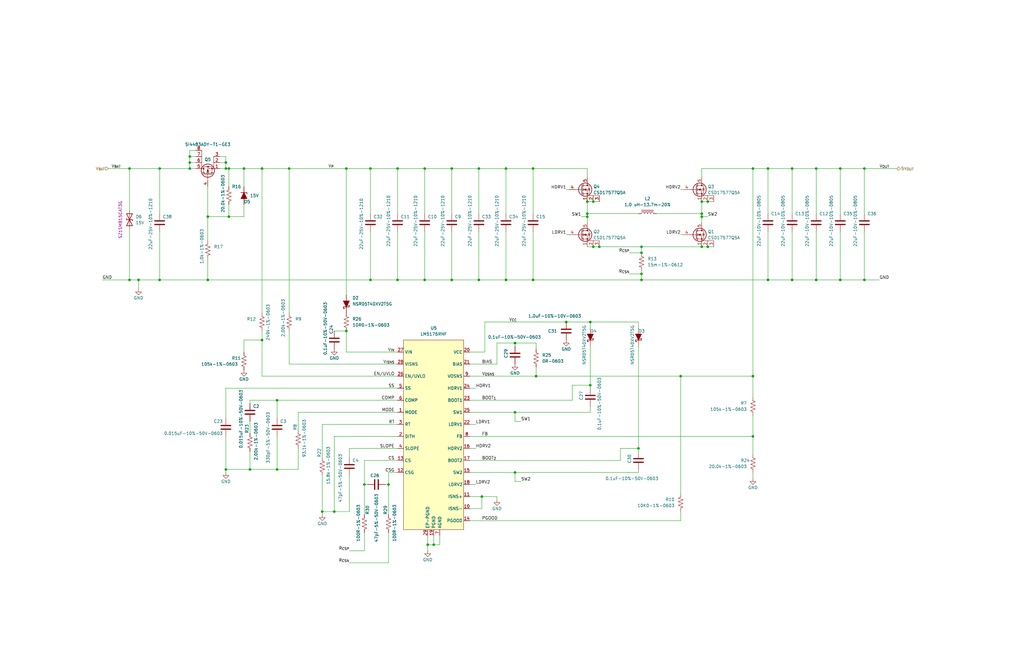
<source format=kicad_sch>
(kicad_sch (version 20230121) (generator eeschema)
  (paper "USLedger")
  (title_block (title "Pi Power Board 2") (date "2022-11-11") (rev "1") (company "971 Spartan Robotics"))
  (lib_symbols
    (symbol "D_Schottky_1" (pin_numbers hide) (pin_names (offset 1.016) hide)
      (property "Reference" "D2" (at 2.54 0.9526 90))
      (property "Value" "D_Schottky_1" (at 2.54 -1.5874 90))
      (symbol "D_Schottky_1_0_1"
        (polyline (pts (xy 1.27 0) (xy -1.27 0)))
        (polyline (pts (xy 1.27 1.27) (xy 1.27 -1.27) (xy -1.27 0) (xy 1.27 1.27)) (stroke (width 0.254)) (fill (type outline)))
        (polyline (pts (xy -1.905 0.635) (xy -1.905 1.27) (xy -1.27 1.27) (xy -1.27 -1.27) (xy -0.635 -1.27) (xy -0.635 -0.635)) (stroke (width 0.254)))
      )
      (symbol "D_Schottky_1_1_1"
        (pin passive line (at -3.81 0 0) (length 2.54) (name "K") (number "1"))
        (pin passive line (at 3.81 0 180) (length 2.54) (name "A") (number "2"))
      )
    )
    (symbol "D_Schottky_2" (pin_numbers hide) (pin_names (offset 1.016) hide)
      (property "Reference" "D3" (at 2.54 0.9526 0))
      (property "Value" "D_Schottky_2" (at -2.54 5.08 0))
      (symbol "D_Schottky_2_0_1"
        (polyline (pts (xy 1.27 0) (xy -1.27 0)))
        (polyline (pts (xy 1.27 1.27) (xy 1.27 -1.27) (xy -1.27 0) (xy 1.27 1.27)) (stroke (width 0.254)) (fill (type outline)))
        (polyline (pts (xy -1.905 0.635) (xy -1.905 1.27) (xy -1.27 1.27) (xy -1.27 -1.27) (xy -0.635 -1.27) (xy -0.635 -0.635)) (stroke (width 0.254)))
      )
      (symbol "D_Schottky_2_1_1"
        (pin passive line (at -3.81 0 0) (length 2.54) (name "K") (number "1"))
        (pin passive line (at 3.81 0 180) (length 2.54) (name "A") (number "2"))
      )
    )
    (symbol "Device:C" (pin_numbers hide) (pin_names (offset 0.254))
      (property "Reference" "C" (at 0.635 2.54 0))
      (property "Value" "C" (at 0.635 -2.54 0))
      (symbol "C_0_1"
        (polyline (pts (xy -2.032 -0.762) (xy 2.032 -0.762)) (stroke (width 0.508)))
        (polyline (pts (xy -2.032 0.762) (xy 2.032 0.762)) (stroke (width 0.508)))
      )
      (symbol "C_1_1"
        (pin passive line (at 0 3.81 270) (length 2.794) (name "~") (number "1"))
        (pin passive line (at 0 -3.81 90) (length 2.794) (name "~") (number "2"))
      )
    )
    (symbol "Device:D_Schottky" (pin_numbers hide) (pin_names (offset 1.016) hide)
      (property "Reference" "D4" (at 2.54 0.9526 0))
      (property "Value" "NSR05T40XV2T5G" (at -2.54 5.08 0))
      (symbol "D_Schottky_0_1"
        (polyline (pts (xy 1.27 0) (xy -1.27 0)))
        (polyline (pts (xy 1.27 1.27) (xy 1.27 -1.27) (xy -1.27 0) (xy 1.27 1.27)) (stroke (width 0.254)) (fill (type outline)))
        (polyline (pts (xy -1.905 0.635) (xy -1.905 1.27) (xy -1.27 1.27) (xy -1.27 -1.27) (xy -0.635 -1.27) (xy -0.635 -0.635)) (stroke (width 0.254)))
      )
      (symbol "D_Schottky_1_1"
        (pin passive line (at -3.81 0 0) (length 2.54) (name "K") (number "1"))
        (pin passive line (at 3.81 0 180) (length 2.54) (name "A") (number "2"))
      )
    )
    (symbol "Device:D_TVS" (pin_numbers hide) (pin_names (offset 1.016) hide)
      (property "Reference" "D" (at 0 2.54 0))
      (property "Value" "D_TVS" (at 0 -2.54 0))
      (symbol "D_TVS_0_1"
        (polyline (pts (xy 1.27 0) (xy -1.27 0)))
        (polyline (pts (xy 0.508 1.27) (xy 0 1.27) (xy 0 -1.27) (xy -0.508 -1.27)) (stroke (width 0.254)))
        (polyline (pts (xy -2.54 1.27) (xy -2.54 -1.27) (xy 2.54 1.27) (xy 2.54 -1.27) (xy -2.54 1.27)) (stroke (width 0.254)))
      )
      (symbol "D_TVS_1_1"
        (pin passive line (at -3.81 0 0) (length 2.54) (name "A1") (number "1"))
        (pin passive line (at 3.81 0 180) (length 2.54) (name "A2") (number "2"))
      )
    )
    (symbol "Device:D_Zener" (pin_numbers hide) (pin_names (offset 1.016) hide)
      (property "Reference" "D1" (at 2.54 0 90))
      (property "Value" "15V" (at 0 2.54 90))
      (symbol "D_Zener_0_1"
        (polyline (pts (xy 1.27 0) (xy -1.27 0)))
        (polyline (pts (xy -1.27 -1.27) (xy -1.27 1.27) (xy -0.762 1.27)) (stroke (width 0.254)))
        (polyline (pts (xy 1.27 -1.27) (xy 1.27 1.27) (xy -1.27 0) (xy 1.27 -1.27)) (stroke (width 0.254)) (fill (type outline)))
      )
      (symbol "D_Zener_1_1"
        (pin passive line (at -3.81 0 0) (length 2.54) (name "K") (number "1"))
        (pin passive line (at 3.81 0 180) (length 2.54) (name "A") (number "2"))
      )
    )
    (symbol "Device:L_Iron" (pin_numbers hide) (pin_names (offset 1.016) hide)
      (property "Reference" "L" (at -1.27 0 90))
      (property "Value" "L_Iron" (at 2.794 0 90))
      (symbol "L_Iron_0_1"
        (arc (start 0 -2.54) (mid 0.6323 -1.905) (end 0 -1.27))
        (arc (start 0 -1.27) (mid 0.6323 -0.635) (end 0 0))
        (polyline (pts (xy 1.016 2.54) (xy 1.016 -2.54)))
        (polyline (pts (xy 1.524 -2.54) (xy 1.524 2.54)))
        (arc (start 0 0) (mid 0.6323 0.635) (end 0 1.27))
        (arc (start 0 1.27) (mid 0.6323 1.905) (end 0 2.54))
      )
      (symbol "L_Iron_1_1"
        (pin passive line (at 0 3.81 270) (length 1.27) (name "1") (number "1"))
        (pin passive line (at 0 -3.81 90) (length 1.27) (name "2") (number "2"))
      )
    )
    (symbol "Device:Q_PMOS_SGD" (pin_names (offset 0) hide)
      (property "Reference" "Q?" (at 0 10.16 90))
      (property "Value" "Q_PMOS_SGD" (at 0 7.62 90))
      (symbol "Q_PMOS_SGD_0_1"
        (polyline (pts (xy 0.254 0) (xy -2.54 0)))
        (polyline (pts (xy 0.254 1.905) (xy 0.254 -1.905)) (stroke (width 0.254)))
        (polyline (pts (xy 0.762 -1.27) (xy 0.762 -2.286)) (stroke (width 0.254)))
        (polyline (pts (xy 0.762 0.508) (xy 0.762 -0.508)) (stroke (width 0.254)))
        (polyline (pts (xy 0.762 2.286) (xy 0.762 1.27)) (stroke (width 0.254)))
        (polyline (pts (xy 2.54 2.54) (xy 2.54 1.778)))
        (polyline (pts (xy 2.54 2.54) (xy 10.16 2.54)))
        (polyline (pts (xy 7.62 -2.54) (xy 2.54 -2.54)))
        (polyline (pts (xy 2.54 -2.54) (xy 2.54 0) (xy 0.762 0)))
        (polyline (pts (xy 0.762 1.778) (xy 3.302 1.778) (xy 3.302 -1.778) (xy 0.762 -1.778)))
        (polyline (pts (xy 2.286 0) (xy 1.27 0.381) (xy 1.27 -0.381) (xy 2.286 0)) (fill (type outline)))
        (polyline (pts (xy 2.794 -0.508) (xy 2.921 -0.381) (xy 3.683 -0.381) (xy 3.81 -0.254)))
        (polyline (pts (xy 3.302 -0.381) (xy 2.921 0.254) (xy 3.683 0.254) (xy 3.302 -0.381)))
        (circle (center 1.651 0) (radius 2.794) (stroke (width 0.254)))
        (circle (center 2.54 -1.778) (radius 0.254) (fill (type outline)))
        (circle (center 2.54 1.778) (radius 0.254) (fill (type outline)))
      )
      (symbol "Q_PMOS_SGD_1_1"
        (pin passive line (at 2.54 -5.08 90) (length 2.54) (name "S") (number "1"))
        (pin passive line (at 5.08 -5.08 90) (length 2.54) (name "S") (number "2"))
        (pin passive line (at 7.62 -5.08 90) (length 2.54) (name "S") (number "3"))
        (pin input line (at -5.08 0 0) (length 2.54) (name "G") (number "4"))
        (pin passive line (at 2.54 5.08 270) (length 2.54) (name "D") (number "5"))
        (pin passive line (at 5.08 5.08 270) (length 2.54) (name "D") (number "6"))
        (pin passive line (at 7.62 5.08 270) (length 2.54) (name "D") (number "7"))
        (pin passive line (at 10.16 5.08 270) (length 2.54) (name "D") (number "8"))
      )
    )
    (symbol "Device:R_US" (pin_numbers hide) (pin_names (offset 0))
      (property "Reference" "R" (at 2.54 0 90))
      (property "Value" "R_US" (at -2.54 0 90))
      (symbol "R_US_0_1"
        (polyline (pts (xy 0 -2.286) (xy 0 -2.54)))
        (polyline (pts (xy 0 2.286) (xy 0 2.54)))
        (polyline (pts (xy 0 -0.762) (xy 1.016 -1.143) (xy 0 -1.524) (xy -1.016 -1.905) (xy 0 -2.286)))
        (polyline (pts (xy 0 0.762) (xy 1.016 0.381) (xy 0 0) (xy -1.016 -0.381) (xy 0 -0.762)))
        (polyline (pts (xy 0 2.286) (xy 1.016 1.905) (xy 0 1.524) (xy -1.016 1.143) (xy 0 0.762)))
      )
      (symbol "R_US_1_1"
        (pin passive line (at 0 3.81 270) (length 1.27) (name "~") (number "1"))
        (pin passive line (at 0 -3.81 90) (length 1.27) (name "~") (number "2"))
      )
    )
    (symbol "PI-Power-Board:CSD1577Q5A" (pin_names (offset 0) hide)
      (property "Reference" "Q?" (at 6.35 1.2701 0))
      (property "Value" "CSD1577Q5A" (at 6.35 -1.2699 0))
      (symbol "CSD1577Q5A_0_1"
        (polyline (pts (xy 0.254 0) (xy -2.54 0)))
        (polyline (pts (xy 0.254 1.905) (xy 0.254 -1.905)) (stroke (width 0.254)))
        (polyline (pts (xy 0.762 -1.27) (xy 0.762 -2.286)) (stroke (width 0.254)))
        (polyline (pts (xy 0.762 0.508) (xy 0.762 -0.508)) (stroke (width 0.254)))
        (polyline (pts (xy 0.762 2.286) (xy 0.762 1.27)) (stroke (width 0.254)))
        (polyline (pts (xy 2.54 -2.54) (xy 2.54 0) (xy 0.762 0)))
        (polyline (pts (xy 2.54 2.54) (xy 2.54 2.54) (xy 2.54 1.778)))
        (polyline (pts (xy 7.62 -2.54) (xy 2.54 -2.54) (xy 2.54 -3.302)))
        (polyline (pts (xy 0.762 -1.778) (xy 3.302 -1.778) (xy 3.302 1.778) (xy 0.762 1.778)))
        (polyline (pts (xy 1.016 0) (xy 2.032 0.381) (xy 2.032 -0.381) (xy 1.016 0)) (fill (type outline)))
        (polyline (pts (xy 2.794 0.508) (xy 2.921 0.381) (xy 3.683 0.381) (xy 3.81 0.254)))
        (polyline (pts (xy 3.302 0.381) (xy 2.921 -0.254) (xy 3.683 -0.254) (xy 3.302 0.381)))
        (circle (center 1.651 0) (radius 2.794) (stroke (width 0.254)))
        (circle (center 2.54 -1.778) (radius 0.254) (fill (type outline)))
        (circle (center 2.54 1.778) (radius 0.254) (fill (type outline)))
      )
      (symbol "CSD1577Q5A_1_1"
        (pin passive line (at 2.54 -5.08 90) (length 2.54) (name "S") (number "1"))
        (pin passive line (at 5.08 -5.08 90) (length 2.54) (name "S") (number "2"))
        (pin passive line (at 7.62 -5.08 90) (length 2.54) (name "S") (number "3"))
        (pin input line (at -5.08 0 0) (length 2.54) (name "G") (number "4"))
        (pin passive line (at 2.54 5.08 270) (length 2.54) (name "D") (number "5"))
      )
    )
    (symbol "PI-Power-Board:LM5176RHF"
      (property "Reference" "U" (at 0 0 0))
      (property "Value" "LM5176RHF" (at 0 0 0))
      (symbol "LM5176RHF_0_0"
        (pin input line (at 27.94 -71.12 180) (length 2.54) (name "ISNS-") (number "10"))
        (pin input line (at 27.94 -66.04 180) (length 2.54) (name "ISNS+") (number "11"))
        (pin input line (at -2.54 -55.88 0) (length 2.54) (name "CSG") (number "12"))
        (pin input line (at -2.54 -50.8 0) (length 2.54) (name "CS") (number "13"))
        (pin open_collector line (at 27.94 -76.2 180) (length 2.54) (name "PGOOD") (number "14"))
        (pin bidirectional line (at 27.94 -55.88 180) (length 2.54) (name "SW2") (number "15"))
        (pin output line (at 27.94 -45.72 180) (length 2.54) (name "HDRV2") (number "16"))
        (pin passive line (at 27.94 -50.8 180) (length 2.54) (name "BOOT2") (number "17"))
        (pin output line (at 27.94 -60.96 180) (length 2.54) (name "LDRV2") (number "18"))
        (pin passive line (at 12.7 -82.55 90) (length 2.54) (name "PGND") (number "19"))
        (pin input line (at -2.54 -40.64 0) (length 2.54) (name "DITH") (number "2"))
        (pin passive line (at 27.94 -5.08 180) (length 2.54) (name "VCC") (number "20"))
        (pin passive line (at 27.94 -10.16 180) (length 2.54) (name "BIAS") (number "21"))
        (pin output line (at 27.94 -35.56 180) (length 2.54) (name "LDRV1") (number "22"))
        (pin passive line (at 27.94 -25.4 180) (length 2.54) (name "BOOT1") (number "23"))
        (pin output line (at 27.94 -20.32 180) (length 2.54) (name "HDRV1") (number "24"))
        (pin passive line (at 27.94 -30.48 180) (length 2.54) (name "SW1") (number "25"))
        (pin input line (at -2.54 -15.24 0) (length 2.54) (name "EN/UVLO") (number "26"))
        (pin passive line (at -2.54 -5.08 0) (length 2.54) (name "VIN") (number "27"))
        (pin input line (at -2.54 -10.16 0) (length 2.54) (name "VISNS") (number "28"))
        (pin passive line (at 10.16 -82.55 90) (length 2.54) (name "EP-PGND") (number "29"))
        (pin input line (at -2.54 -35.56 0) (length 2.54) (name "RT") (number "3"))
        (pin input line (at -2.54 -45.72 0) (length 2.54) (name "SLOPE") (number "4"))
        (pin input line (at -2.54 -20.32 0) (length 2.54) (name "SS") (number "5"))
        (pin output line (at -2.54 -25.4 0) (length 2.54) (name "COMP") (number "6"))
        (pin passive line (at 15.24 -82.55 90) (length 2.54) (name "AGND") (number "7"))
        (pin input line (at 27.94 -40.64 180) (length 2.54) (name "FB") (number "8"))
        (pin input line (at 27.94 -15.24 180) (length 2.54) (name "VOSNS") (number "9"))
      )
      (symbol "LM5176RHF_0_1"
        (rectangle (start 0 0) (end 25.4 -80.01) (fill (type background)))
      )
      (symbol "LM5176RHF_1_1"
        (pin input line (at -2.54 -30.48 0) (length 2.54) (name "MODE") (number "1"))
      )
    )
    (symbol "power:GND" (power) (pin_names (offset 0))
      (property "Value" "GND" (at 0 -3.81 0))
      (symbol "GND_0_1"
        (polyline (pts (xy 0 0) (xy 0 -1.27) (xy 1.27 -1.27) (xy 0 -2.54) (xy -1.27 -1.27) (xy 0 -1.27)))
      )
      (symbol "GND_1_1"
        (pin power_in line (at 0 0 270) (length 0) hide (name "GND") (number "1"))
      )
    )
  )
  (junction (at 354.33 118.11))
  (junction (at 298.45 104.14))
  (junction (at 317.5 158.75))
  (junction (at 344.17 71.12))
  (junction (at 295.91 90.17))
  (junction (at 179.07 71.12))
  (junction (at 203.2 209.55))
  (junction (at 146.05 139.7))
  (junction (at 146.05 71.12))
  (junction (at 190.5 71.12))
  (junction (at 238.76 135.89))
  (junction (at 95.25 71.12))
  (junction (at 167.64 71.12))
  (junction (at 270.51 118.11))
  (junction (at 217.17 199.39))
  (junction (at 247.65 85.09))
  (junction (at 226.06 158.75))
  (junction (at 121.92 71.12))
  (junction (at 295.91 85.09))
  (junction (at 116.84 198.12))
  (junction (at 323.85 118.11))
  (junction (at 344.17 118.11))
  (junction (at 156.21 71.12))
  (junction (at 270.51 115.57))
  (junction (at 80.01 68.58))
  (junction (at 190.5 118.11))
  (junction (at 354.33 71.12))
  (junction (at 96.52 71.12))
  (junction (at 248.92 162.56))
  (junction (at 140.97 215.9))
  (junction (at 298.45 85.09))
  (junction (at 334.01 118.11))
  (junction (at 252.73 104.14))
  (junction (at 182.88 229.87))
  (junction (at 80.01 71.12))
  (junction (at 217.17 144.78))
  (junction (at 224.79 118.11))
  (junction (at 213.36 118.11))
  (junction (at 167.64 118.11))
  (junction (at 110.49 143.51))
  (junction (at 105.41 198.12))
  (junction (at 334.01 71.12))
  (junction (at 54.61 118.11))
  (junction (at 163.83 204.47))
  (junction (at 116.84 168.91))
  (junction (at 248.92 135.89))
  (junction (at 213.36 71.12))
  (junction (at 180.34 229.87))
  (junction (at 87.63 118.11))
  (junction (at 317.5 184.15))
  (junction (at 224.79 71.12))
  (junction (at 54.61 71.12))
  (junction (at 95.25 68.58))
  (junction (at 317.5 71.12))
  (junction (at 217.17 173.99))
  (junction (at 201.93 118.11))
  (junction (at 87.63 91.44))
  (junction (at 250.19 85.09))
  (junction (at 102.87 71.12))
  (junction (at 250.19 104.14))
  (junction (at 58.42 118.11))
  (junction (at 269.24 189.23))
  (junction (at 364.49 118.11))
  (junction (at 323.85 71.12))
  (junction (at 247.65 91.44))
  (junction (at 95.25 198.12))
  (junction (at 270.51 106.68))
  (junction (at 156.21 118.11))
  (junction (at 287.02 158.75))
  (junction (at 179.07 118.11))
  (junction (at 80.01 66.04))
  (junction (at 110.49 71.12))
  (junction (at 295.91 91.44))
  (junction (at 135.89 215.9))
  (junction (at 67.31 118.11))
  (junction (at 201.93 71.12))
  (junction (at 67.31 71.12))
  (junction (at 153.67 204.47))
  (junction (at 247.65 90.17))
  (junction (at 364.49 71.12))
  (junction (at 295.91 104.14))
  (junction (at 96.52 91.44))
  (junction (at 270.51 104.14))
  (wire (pts (xy 247.65 104.14) (xy 250.19 104.14)))
  (wire (pts (xy 153.67 194.31) (xy 153.67 204.47)))
  (wire (pts (xy 153.67 204.47) (xy 153.67 217.17)))
  (wire (pts (xy 102.87 143.51) (xy 110.49 143.51)))
  (wire (pts (xy 153.67 204.47) (xy 154.94 204.47)))
  (wire (pts (xy 182.88 226.06) (xy 182.88 229.87)))
  (wire (pts (xy 344.17 97.79) (xy 344.17 118.11)))
  (wire (pts (xy 364.49 71.12) (xy 378.46 71.12)))
  (wire (pts (xy 179.07 118.11) (xy 190.5 118.11)))
  (wire (pts (xy 87.63 78.74) (xy 87.63 91.44)))
  (wire (pts (xy 80.01 66.04) (xy 80.01 68.58)))
  (wire (pts (xy 217.17 144.78) (xy 226.06 144.78)))
  (wire (pts (xy 241.3 162.56) (xy 241.3 168.91)))
  (wire (pts (xy 80.01 66.04) (xy 82.55 66.04)))
  (wire (pts (xy 317.5 175.26) (xy 317.5 184.15)))
  (wire (pts (xy 146.05 71.12) (xy 146.05 124.46)))
  (wire (pts (xy 198.12 214.63) (xy 203.2 214.63)))
  (wire (pts (xy 238.76 135.89) (xy 248.92 135.89)))
  (wire (pts (xy 125.73 189.23) (xy 125.73 198.12)))
  (wire (pts (xy 95.25 184.15) (xy 95.25 198.12)))
  (wire (pts (xy 105.41 177.8) (xy 105.41 182.88)))
  (wire (pts (xy 219.71 203.2) (xy 217.17 203.2)))
  (wire (pts (xy 323.85 71.12) (xy 334.01 71.12)))
  (wire (pts (xy 163.83 199.39) (xy 163.83 204.47)))
  (wire (pts (xy 105.41 190.5) (xy 105.41 198.12)))
  (wire (pts (xy 190.5 90.17) (xy 190.5 71.12)))
  (wire (pts (xy 217.17 144.78) (xy 209.55 144.78)))
  (wire (pts (xy 67.31 90.17) (xy 67.31 71.12)))
  (wire (pts (xy 58.42 118.11) (xy 58.42 121.92)))
  (wire (pts (xy 248.92 162.56) (xy 241.3 162.56)))
  (wire (pts (xy 247.65 85.09) (xy 247.65 90.17)))
  (wire (pts (xy 87.63 118.11) (xy 156.21 118.11)))
  (wire (pts (xy 167.64 168.91) (xy 116.84 168.91)))
  (wire (pts (xy 334.01 71.12) (xy 334.01 90.17)))
  (wire (pts (xy 248.92 135.89) (xy 269.24 135.89)))
  (wire (pts (xy 295.91 71.12) (xy 317.5 71.12)))
  (wire (pts (xy 265.43 106.68) (xy 270.51 106.68)))
  (wire (pts (xy 270.51 104.14) (xy 295.91 104.14)))
  (wire (pts (xy 247.65 71.12) (xy 247.65 74.93)))
  (wire (pts (xy 270.51 115.57) (xy 270.51 118.11)))
  (wire (pts (xy 317.5 158.75) (xy 317.5 167.64)))
  (wire (pts (xy 201.93 71.12) (xy 213.36 71.12)))
  (wire (pts (xy 298.45 104.14) (xy 300.99 104.14)))
  (wire (pts (xy 167.64 184.15) (xy 140.97 184.15)))
  (wire (pts (xy 198.12 179.07) (xy 200.66 179.07)))
  (wire (pts (xy 261.62 194.31) (xy 261.62 189.23)))
  (wire (pts (xy 198.12 148.59) (xy 204.47 148.59)))
  (wire (pts (xy 219.71 177.8) (xy 217.17 177.8)))
  (wire (pts (xy 198.12 194.31) (xy 261.62 194.31)))
  (wire (pts (xy 287.02 158.75) (xy 287.02 208.28)))
  (wire (pts (xy 354.33 71.12) (xy 354.33 90.17)))
  (wire (pts (xy 323.85 118.11) (xy 334.01 118.11)))
  (wire (pts (xy 248.92 135.89) (xy 248.92 138.43)))
  (wire (pts (xy 198.12 199.39) (xy 217.17 199.39)))
  (wire (pts (xy 82.55 63.5) (xy 80.01 63.5)))
  (wire (pts (xy 67.31 97.79) (xy 67.31 118.11)))
  (wire (pts (xy 269.24 135.89) (xy 269.24 138.43)))
  (wire (pts (xy 248.92 162.56) (xy 248.92 163.83)))
  (wire (pts (xy 167.64 148.59) (xy 146.05 148.59)))
  (wire (pts (xy 95.25 163.83) (xy 95.25 176.53)))
  (wire (pts (xy 295.91 74.93) (xy 295.91 71.12)))
  (wire (pts (xy 287.02 219.71) (xy 287.02 215.9)))
  (wire (pts (xy 92.71 71.12) (xy 95.25 71.12)))
  (wire (pts (xy 364.49 97.79) (xy 364.49 118.11)))
  (wire (pts (xy 96.52 86.36) (xy 96.52 91.44)))
  (wire (pts (xy 270.51 104.14) (xy 270.51 106.68)))
  (wire (pts (xy 67.31 71.12) (xy 80.01 71.12)))
  (wire (pts (xy 270.51 118.11) (xy 323.85 118.11)))
  (wire (pts (xy 167.64 163.83) (xy 95.25 163.83)))
  (wire (pts (xy 198.12 184.15) (xy 317.5 184.15)))
  (wire (pts (xy 167.64 71.12) (xy 179.07 71.12)))
  (wire (pts (xy 224.79 71.12) (xy 224.79 90.17)))
  (wire (pts (xy 54.61 96.52) (xy 54.61 118.11)))
  (wire (pts (xy 105.41 198.12) (xy 95.25 198.12)))
  (wire (pts (xy 226.06 154.94) (xy 226.06 158.75)))
  (wire (pts (xy 265.43 115.57) (xy 270.51 115.57)))
  (wire (pts (xy 156.21 71.12) (xy 167.64 71.12)))
  (wire (pts (xy 153.67 224.79) (xy 153.67 232.41)))
  (wire (pts (xy 217.17 173.99) (xy 248.92 173.99)))
  (wire (pts (xy 224.79 71.12) (xy 247.65 71.12)))
  (wire (pts (xy 203.2 214.63) (xy 203.2 209.55)))
  (wire (pts (xy 167.64 118.11) (xy 179.07 118.11)))
  (wire (pts (xy 87.63 109.22) (xy 87.63 118.11)))
  (wire (pts (xy 238.76 80.01) (xy 240.03 80.01)))
  (wire (pts (xy 198.12 219.71) (xy 287.02 219.71)))
  (wire (pts (xy 204.47 135.89) (xy 238.76 135.89)))
  (wire (pts (xy 334.01 71.12) (xy 344.17 71.12)))
  (wire (pts (xy 167.64 199.39) (xy 163.83 199.39)))
  (wire (pts (xy 317.5 158.75) (xy 317.5 71.12)))
  (wire (pts (xy 116.84 198.12) (xy 125.73 198.12)))
  (wire (pts (xy 198.12 173.99) (xy 217.17 173.99)))
  (wire (pts (xy 217.17 199.39) (xy 269.24 199.39)))
  (wire (pts (xy 190.5 118.11) (xy 190.5 97.79)))
  (wire (pts (xy 217.17 177.8) (xy 217.17 173.99)))
  (wire (pts (xy 102.87 86.36) (xy 102.87 91.44)))
  (wire (pts (xy 43.18 118.11) (xy 54.61 118.11)))
  (wire (pts (xy 180.34 226.06) (xy 180.34 229.87)))
  (wire (pts (xy 213.36 71.12) (xy 224.79 71.12)))
  (wire (pts (xy 245.11 91.44) (xy 247.65 91.44)))
  (wire (pts (xy 121.92 139.7) (xy 121.92 153.67)))
  (wire (pts (xy 226.06 158.75) (xy 287.02 158.75)))
  (wire (pts (xy 156.21 118.11) (xy 167.64 118.11)))
  (wire (pts (xy 198.12 204.47) (xy 200.66 204.47)))
  (wire (pts (xy 140.97 139.7) (xy 146.05 139.7)))
  (wire (pts (xy 121.92 71.12) (xy 121.92 132.08)))
  (wire (pts (xy 198.12 158.75) (xy 226.06 158.75)))
  (wire (pts (xy 54.61 71.12) (xy 54.61 88.9)))
  (wire (pts (xy 364.49 118.11) (xy 370.84 118.11)))
  (wire (pts (xy 354.33 118.11) (xy 364.49 118.11)))
  (wire (pts (xy 295.91 91.44) (xy 298.45 91.44)))
  (wire (pts (xy 217.17 203.2) (xy 217.17 199.39)))
  (wire (pts (xy 121.92 71.12) (xy 146.05 71.12)))
  (wire (pts (xy 96.52 71.12) (xy 102.87 71.12)))
  (wire (pts (xy 167.64 158.75) (xy 110.49 158.75)))
  (wire (pts (xy 213.36 118.11) (xy 224.79 118.11)))
  (wire (pts (xy 156.21 90.17) (xy 156.21 71.12)))
  (wire (pts (xy 140.97 215.9) (xy 135.89 215.9)))
  (wire (pts (xy 102.87 71.12) (xy 102.87 78.74)))
  (wire (pts (xy 95.25 198.12) (xy 95.25 199.39)))
  (wire (pts (xy 147.32 215.9) (xy 140.97 215.9)))
  (wire (pts (xy 295.91 90.17) (xy 295.91 91.44)))
  (wire (pts (xy 110.49 158.75) (xy 110.49 143.51)))
  (wire (pts (xy 182.88 229.87) (xy 185.42 229.87)))
  (wire (pts (xy 110.49 143.51) (xy 110.49 139.7)))
  (wire (pts (xy 261.62 189.23) (xy 269.24 189.23)))
  (wire (pts (xy 179.07 71.12) (xy 190.5 71.12)))
  (wire (pts (xy 116.84 168.91) (xy 105.41 168.91)))
  (wire (pts (xy 323.85 97.79) (xy 323.85 118.11)))
  (wire (pts (xy 224.79 97.79) (xy 224.79 118.11)))
  (wire (pts (xy 147.32 189.23) (xy 147.32 193.04)))
  (wire (pts (xy 92.71 66.04) (xy 95.25 66.04)))
  (wire (pts (xy 45.72 71.12) (xy 54.61 71.12)))
  (wire (pts (xy 317.5 184.15) (xy 317.5 191.77)))
  (wire (pts (xy 269.24 199.39) (xy 269.24 198.12)))
  (wire (pts (xy 295.91 85.09) (xy 298.45 85.09)))
  (wire (pts (xy 180.34 229.87) (xy 180.34 232.41)))
  (wire (pts (xy 241.3 168.91) (xy 198.12 168.91)))
  (wire (pts (xy 54.61 71.12) (xy 67.31 71.12)))
  (wire (pts (xy 201.93 97.79) (xy 201.93 118.11)))
  (wire (pts (xy 95.25 68.58) (xy 95.25 71.12)))
  (wire (pts (xy 213.36 90.17) (xy 213.36 71.12)))
  (wire (pts (xy 163.83 224.79) (xy 163.83 237.49)))
  (wire (pts (xy 167.64 173.99) (xy 125.73 173.99)))
  (wire (pts (xy 140.97 184.15) (xy 140.97 215.9)))
  (wire (pts (xy 198.12 163.83) (xy 200.66 163.83)))
  (wire (pts (xy 209.55 144.78) (xy 209.55 153.67)))
  (wire (pts (xy 226.06 144.78) (xy 226.06 147.32)))
  (wire (pts (xy 287.02 80.01) (xy 288.29 80.01)))
  (wire (pts (xy 317.5 71.12) (xy 323.85 71.12)))
  (wire (pts (xy 167.64 189.23) (xy 147.32 189.23)))
  (wire (pts (xy 298.45 85.09) (xy 300.99 85.09)))
  (wire (pts (xy 80.01 63.5) (xy 80.01 66.04)))
  (wire (pts (xy 334.01 118.11) (xy 344.17 118.11)))
  (wire (pts (xy 110.49 71.12) (xy 110.49 132.08)))
  (wire (pts (xy 248.92 171.45) (xy 248.92 173.99)))
  (wire (pts (xy 167.64 194.31) (xy 153.67 194.31)))
  (wire (pts (xy 317.5 199.39) (xy 317.5 201.93)))
  (wire (pts (xy 105.41 168.91) (xy 105.41 170.18)))
  (wire (pts (xy 354.33 71.12) (xy 364.49 71.12)))
  (wire (pts (xy 147.32 237.49) (xy 163.83 237.49)))
  (wire (pts (xy 80.01 71.12) (xy 82.55 71.12)))
  (wire (pts (xy 95.25 66.04) (xy 95.25 68.58)))
  (wire (pts (xy 105.41 198.12) (xy 116.84 198.12)))
  (wire (pts (xy 250.19 85.09) (xy 252.73 85.09)))
  (wire (pts (xy 180.34 229.87) (xy 182.88 229.87)))
  (wire (pts (xy 121.92 153.67) (xy 167.64 153.67)))
  (wire (pts (xy 364.49 71.12) (xy 364.49 90.17)))
  (wire (pts (xy 270.51 114.3) (xy 270.51 115.57)))
  (wire (pts (xy 102.87 71.12) (xy 110.49 71.12)))
  (wire (pts (xy 116.84 168.91) (xy 116.84 176.53)))
  (wire (pts (xy 295.91 85.09) (xy 295.91 90.17)))
  (wire (pts (xy 269.24 146.05) (xy 269.24 189.23)))
  (wire (pts (xy 287.02 99.06) (xy 288.29 99.06)))
  (wire (pts (xy 135.89 215.9) (xy 135.89 200.66)))
  (wire (pts (xy 80.01 68.58) (xy 82.55 68.58)))
  (wire (pts (xy 58.42 118.11) (xy 67.31 118.11)))
  (wire (pts (xy 247.65 90.17) (xy 269.24 90.17)))
  (wire (pts (xy 135.89 179.07) (xy 167.64 179.07)))
  (wire (pts (xy 54.61 118.11) (xy 58.42 118.11)))
  (wire (pts (xy 252.73 104.14) (xy 270.51 104.14)))
  (wire (pts (xy 247.65 90.17) (xy 247.65 91.44)))
  (wire (pts (xy 146.05 139.7) (xy 146.05 148.59)))
  (wire (pts (xy 201.93 118.11) (xy 213.36 118.11)))
  (wire (pts (xy 116.84 184.15) (xy 116.84 198.12)))
  (wire (pts (xy 269.24 189.23) (xy 269.24 190.5)))
  (wire (pts (xy 102.87 143.51) (xy 102.87 148.59)))
  (wire (pts (xy 147.32 232.41) (xy 153.67 232.41)))
  (wire (pts (xy 167.64 97.79) (xy 167.64 118.11)))
  (wire (pts (xy 102.87 91.44) (xy 96.52 91.44)))
  (wire (pts (xy 135.89 193.04) (xy 135.89 179.07)))
  (wire (pts (xy 146.05 71.12) (xy 156.21 71.12)))
  (wire (pts (xy 179.07 118.11) (xy 179.07 97.79)))
  (wire (pts (xy 204.47 148.59) (xy 204.47 135.89)))
  (wire (pts (xy 224.79 118.11) (xy 270.51 118.11)))
  (wire (pts (xy 344.17 118.11) (xy 354.33 118.11)))
  (wire (pts (xy 201.93 71.12) (xy 201.93 90.17)))
  (wire (pts (xy 287.02 158.75) (xy 317.5 158.75)))
  (wire (pts (xy 125.73 173.99) (xy 125.73 181.61)))
  (wire (pts (xy 209.55 153.67) (xy 198.12 153.67)))
  (wire (pts (xy 295.91 91.44) (xy 295.91 93.98)))
  (wire (pts (xy 295.91 104.14) (xy 298.45 104.14)))
  (wire (pts (xy 110.49 71.12) (xy 121.92 71.12)))
  (wire (pts (xy 323.85 71.12) (xy 323.85 90.17)))
  (wire (pts (xy 250.19 104.14) (xy 252.73 104.14)))
  (wire (pts (xy 95.25 71.12) (xy 96.52 71.12)))
  (wire (pts (xy 96.52 91.44) (xy 87.63 91.44)))
  (wire (pts (xy 203.2 209.55) (xy 209.55 209.55)))
  (wire (pts (xy 344.17 71.12) (xy 354.33 71.12)))
  (wire (pts (xy 209.55 209.55) (xy 209.55 210.82)))
  (wire (pts (xy 185.42 226.06) (xy 185.42 229.87)))
  (wire (pts (xy 80.01 68.58) (xy 80.01 71.12)))
  (wire (pts (xy 87.63 91.44) (xy 87.63 101.6)))
  (wire (pts (xy 190.5 118.11) (xy 201.93 118.11)))
  (wire (pts (xy 92.71 68.58) (xy 95.25 68.58)))
  (wire (pts (xy 96.52 71.12) (xy 96.52 78.74)))
  (wire (pts (xy 67.31 118.11) (xy 87.63 118.11)))
  (wire (pts (xy 156.21 118.11) (xy 156.21 97.79)))
  (wire (pts (xy 147.32 200.66) (xy 147.32 215.9)))
  (wire (pts (xy 163.83 204.47) (xy 163.83 217.17)))
  (wire (pts (xy 198.12 189.23) (xy 200.66 189.23)))
  (wire (pts (xy 238.76 99.06) (xy 240.03 99.06)))
  (wire (pts (xy 167.64 71.12) (xy 167.64 90.17)))
  (wire (pts (xy 190.5 71.12) (xy 201.93 71.12)))
  (wire (pts (xy 354.33 97.79) (xy 354.33 118.11)))
  (wire (pts (xy 276.86 90.17) (xy 295.91 90.17)))
  (wire (pts (xy 334.01 97.79) (xy 334.01 118.11)))
  (wire (pts (xy 247.65 91.44) (xy 247.65 93.98)))
  (wire (pts (xy 344.17 71.12) (xy 344.17 90.17)))
  (wire (pts (xy 248.92 146.05) (xy 248.92 162.56)))
  (wire (pts (xy 217.17 146.05) (xy 217.17 144.78)))
  (wire (pts (xy 162.56 204.47) (xy 163.83 204.47)))
  (wire (pts (xy 135.89 217.17) (xy 135.89 215.9)))
  (wire (pts (xy 179.07 90.17) (xy 179.07 71.12)))
  (wire (pts (xy 213.36 118.11) (xy 213.36 97.79)))
  (wire (pts (xy 198.12 209.55) (xy 203.2 209.55)))
  (wire (pts (xy 247.65 85.09) (xy 250.19 85.09)))
  (label "V_{BAT}" (at 46.99 71.12 0))
  (label "R_{CSN}" (at 265.43 115.57 180))
  (label "V_{ISNS}" (at 166.37 153.67 180))
  (label "COMP" (at 166.37 168.91 180))
  (label "V_{OSNS}" (at 203.2 158.75 0))
  (label "GND" (at 43.18 118.11 0))
  (label "SW1" (at 245.11 91.44 180))
  (label "BOOT_{2}" (at 203.2 194.31 0))
  (label "BOOT_{1}" (at 203.2 168.91 0))
  (label "MODE" (at 166.37 173.99 180))
  (label "RT" (at 166.37 179.07 180))
  (label "LDRV1" (at 200.66 179.07 0))
  (label "HDRV1" (at 238.76 80.01 180))
  (label "V_{OUT}" (at 370.84 71.12 0))
  (label "HDRV2" (at 200.66 189.23 0))
  (label "GND" (at 370.84 118.11 0))
  (label "V_{CC}" (at 214.63 135.89 0))
  (label "V_{IN}" (at 166.37 148.59 180))
  (label "EN{slash}UVLO" (at 166.37 158.75 180))
  (label "R_{CSP}" (at 265.43 106.68 180))
  (label "FB" (at 203.2 184.15 0))
  (label "SW1" (at 219.71 177.8 0))
  (label "LDRV2" (at 200.66 204.47 0))
  (label "R_{CSP}" (at 147.32 232.41 180))
  (label "PGOOD" (at 203.2 219.71 0))
  (label "HDRV2" (at 287.02 80.01 180))
  (label "SW2" (at 298.45 91.44 0))
  (label "SW2" (at 219.71 203.2 0))
  (label "HDRV1" (at 200.66 163.83 0))
  (label "R_{CSN}" (at 147.32 237.49 180))
  (label "CSG" (at 166.37 199.39 180))
  (label "LDRV1" (at 238.76 99.06 180))
  (label "SLOPE" (at 166.37 189.23 180))
  (label "CS" (at 166.37 194.31 180))
  (label "BIAS" (at 203.2 153.67 0))
  (label "LDRV2" (at 287.02 99.06 180))
  (label "SS" (at 166.37 163.83 180))
  (label "V_{P}" (at 138.43 71.12 0))
  (hierarchical_label "V_{BAT}" (shape input) (at 45.72 71.12 180))
  (hierarchical_label "5V_{OUT}" (shape output) (at 378.46 71.12 0))
  (symbol (lib_id "power:GND") (at 209.55 210.82 0) (unit 1)
    (property "Reference" "#PWR020" (effects hide))
    (property "Value" "GND" (at 209.55 214.63 0))
  )
  (symbol (lib_id "PI-Power-Board:CSD1577Q5A") (at 293.37 80.01 0) (unit 1)
    (property "Reference" "Q3" (at 298.45 78.74 0) (effects (justify left)))
    (property "Value" "CSD17577Q5A" (at 298.45 81.28 0) (effects (justify left)))
    (property "Footprint" "PI-Power-Board:TI-SON5x6" (effects hide))
    (property "Datasheet" "https://www.ti.com/lit/ds/symlink/csd17577q5a.pdf" (effects hide))
    (property "MFG" "Texas Instruments" (effects hide))
    (property "MFG P/N" "CSD17577Q5A" (effects hide))
  )
  (symbol (lib_id "Device:C") (at 224.79 93.98 180) (unit 1)
    (property "Reference" "C15" (at 226.06 91.44 0) (effects (justify right)))
    (property "Value" "22uF-25V-10%-1210" (at 220.98 104.14 90) (effects (justify right)))
    (property "Footprint" "Capacitor_SMD:C_1210_3225Metric" (effects hide))
    (property "MFG" "Murata" (effects hide))
    (property "MFG P/N" "GRM32ER61E226KE15L" (effects hide))
  )
  (symbol (lib_id "Device:R_US") (at 105.41 186.69 0) (unit 1)
    (property "Reference" "R23" (at 104.14 182.88 90) (effects (justify left)))
    (property "Value" "2.00k-1%-0603" (at 107.95 194.31 90) (effects (justify left)))
    (property "Footprint" "Resistor_SMD:R_0603_1608Metric" (effects hide))
    (property "MFG" "Yageo" (effects hide))
    (property "MFG P/N" "RC0603FR-072KL" (effects hide))
  )
  (symbol (lib_id "PI-Power-Board:CSD1577Q5A") (at 245.11 80.01 0) (unit 1)
    (property "Reference" "Q4" (at 250.19 78.74 0) (effects (justify left)))
    (property "Value" "CSD17577Q5A" (at 250.19 81.28 0) (effects (justify left)))
    (property "Footprint" "PI-Power-Board:TI-SON5x6" (effects hide))
    (property "Datasheet" "https://www.ti.com/lit/ds/symlink/csd17577q5a.pdf" (effects hide))
    (property "MFG" "Texas Instruments" (effects hide))
    (property "MFG P/N" "CSD17577Q5A" (effects hide))
  )
  (symbol (lib_id "Device:R_US") (at 96.52 82.55 0) (mirror x) (unit 1)
    (property "Reference" "R16" (at 97.79 78.74 0) (effects (justify left)))
    (property "Value" "20.0k-1%-0603" (at 93.98 73.66 90) (effects (justify left)))
    (property "Footprint" "Resistor_SMD:R_0603_1608Metric" (effects hide))
    (property "MFG" "Yageo" (effects hide))
    (property "MFG P/N" "RC0603FR-0720KL" (effects hide))
  )
  (symbol (lib_id "Device:R_US") (at 135.89 196.85 0) (unit 1)
    (property "Reference" "R22" (at 134.62 193.04 90) (effects (justify left)))
    (property "Value" "15.8k-1%-0603" (at 138.43 204.47 90) (effects (justify left)))
    (property "Footprint" "Resistor_SMD:R_0603_1608Metric" (effects hide))
    (property "MFG" "Yageo" (effects hide))
    (property "MFG P/N" "RC0603FR-0715K8L" (effects hide))
  )
  (symbol (lib_id "Device:D_TVS") (at 54.61 92.71 90) (unit 1)
    (property "Reference" "D6" (at 57.15 91.4399 90) (effects (justify right)))
    (property "Value" "15V" (at 57.15 93.98 90) (effects (justify right)))
    (property "Footprint" "Diode_SMD:D_SMB" (effects hide))
    (property "Datasheet" "https://www.littelfuse.com/~/media/electronics/datasheets/tvs_diodes/littelfuse_tvs_diode_sz1smb_datasheet.pdf.pdf" (effects hide))
    (property "MFG" "Littelfuse" (effects hide))
    (property "MFG P/N" "SZ1SMB15CAT3G" (at 50.8 92.71 0))
  )
  (symbol (lib_id "Device:Q_PMOS_SGD") (at 87.63 73.66 90) (unit 1)
    (property "Reference" "Q5" (at 87.63 67.31 90))
    (property "Value" "SI4483ADY-T1-GE3" (at 87.63 60.96 90))
    (property "Footprint" "Package_SO:SOIC-8_3.9x4.9mm_P1.27mm" (effects hide))
    (property "Datasheet" "https://www.vishay.com/docs/68982/si4483ad.pdf" (effects hide))
    (property "MFG" "Vishay" (effects hide))
    (property "MFG P/N" "SI4483ADY-T1-GE3" (effects hide))
  )
  (symbol (lib_id "power:GND") (at 135.89 217.17 0) (unit 1)
    (property "Reference" "#PWR017" (effects hide))
    (property "Value" "GND" (at 135.89 220.98 0))
  )
  (symbol (lib_id "Device:C") (at 238.76 139.7 0) (mirror y) (unit 1)
    (property "Reference" "C31" (at 234.95 139.7 0) (effects (justify left)))
    (property "Value" "1.0uF-10%-10V-0603" (at 245.11 133.35 0) (effects (justify left)))
    (property "Footprint" "Capacitor_SMD:C_0603_1608Metric" (effects hide))
    (property "MFG" "Samsung Electro-Mechanics" (effects hide))
    (property "MFG P/N" "CL10B105KP8NNNC" (effects hide))
  )
  (symbol (lib_id "power:GND") (at 102.87 156.21 0) (unit 1)
    (property "Reference" "#PWR016" (effects hide))
    (property "Value" "GND" (at 102.87 160.02 0))
  )
  (symbol (lib_id "Device:L_Iron") (at 273.05 90.17 90) (unit 1)
    (property "Reference" "L2" (at 273.05 83.82 90))
    (property "Value" "1.0 uH-13.7m-20%" (at 273.05 86.36 90))
    (property "Footprint" "PI-Power-Board:IHLP2020CZER" (effects hide))
    (property "Datasheet" "https://www.vishay.com/docs/34280/ihlp-2020cz-01.pdf" (effects hide))
    (property "MFG" "Vishay" (effects hide))
    (property "MFG P/N" "IHLP2020CZER1R0M01" (effects hide))
  )
  (symbol (lib_id "Device:C") (at 116.84 180.34 0) (unit 1)
    (property "Reference" "C3" (at 118.11 177.8 0) (effects (justify left)))
    (property "Value" "330pF-5%-50V-0603" (at 113.03 195.58 90) (effects (justify left)))
    (property "Footprint" "Capacitor_SMD:C_0603_1608Metric" (effects hide))
    (property "MFG" "Murata" (effects hide))
    (property "MFG P/N" "GCM1885C2A331FA16D" (effects hide))
  )
  (symbol (lib_id "power:GND") (at 95.25 199.39 0) (unit 1)
    (property "Reference" "#PWR015" (effects hide))
    (property "Value" "GND" (at 95.25 203.2 0))
  )
  (symbol (lib_id "Device:R_US") (at 102.87 152.4 0) (unit 1)
    (property "Reference" "R11" (at 101.6 151.13 0) (effects (justify right)))
    (property "Value" "105k-1%-0603" (at 100.33 153.67 0) (effects (justify right)))
    (property "Footprint" "Resistor_SMD:R_0603_1608Metric" (effects hide))
    (property "MFG" "Yageo" (effects hide))
    (property "MFG P/N" "RC0603FR-07105KL" (effects hide))
  )
  (symbol (lib_id "Device:C") (at 323.85 93.98 0) (unit 1)
    (property "Reference" "C14" (at 325.12 90.17 0) (effects (justify left)))
    (property "Value" "22uF-10V-10%-0805" (at 320.04 104.14 90) (effects (justify left)))
    (property "Footprint" "Capacitor_SMD:C_0805_2012Metric" (effects hide))
    (property "MFG" "Samsung Electro-Mechanics" (effects hide))
    (property "MFG P/N" "CL21A226KPCLRNC" (effects hide))
  )
  (symbol (lib_id "Device:C") (at 213.36 93.98 180) (unit 1)
    (property "Reference" "C34" (at 214.63 91.44 0) (effects (justify right)))
    (property "Value" "22uF-25V-10%-1210" (at 209.55 104.14 90) (effects (justify right)))
    (property "Footprint" "Capacitor_SMD:C_1210_3225Metric" (effects hide))
    (property "MFG" "Murata" (effects hide))
    (property "MFG P/N" "GRM32ER61E226KE15L" (effects hide))
  )
  (symbol (lib_id "PI-Power-Board:CSD1577Q5A") (at 245.11 99.06 0) (unit 1)
    (property "Reference" "Q2" (at 250.19 97.79 0) (effects (justify left)))
    (property "Value" "CSD17577Q5A" (at 250.19 100.33 0) (effects (justify left)))
    (property "Footprint" "PI-Power-Board:TI-SON5x6" (effects hide))
    (property "Datasheet" "https://www.ti.com/lit/ds/symlink/csd17577q5a.pdf" (effects hide))
    (property "MFG" "Texas Instruments" (effects hide))
    (property "MFG P/N" "CSD17577Q5A" (effects hide))
  )
  (symbol (lib_id "Device:R_US") (at 153.67 220.98 0) (mirror y) (unit 1)
    (property "Reference" "R30" (at 154.94 217.17 90) (effects (justify left)))
    (property "Value" "100R-1%-0603" (at 151.13 228.6 90) (effects (justify left)))
    (property "Footprint" "Resistor_SMD:R_0603_1608Metric" (effects hide))
    (property "MFG" "Yageo" (effects hide))
    (property "MFG P/N" "RC0603FR-07100RL" (effects hide))
  )
  (symbol (lib_id "Device:R_US") (at 226.06 151.13 0) (unit 1)
    (property "Reference" "R25" (at 228.6 149.8599 0) (effects (justify left)))
    (property "Value" "0R-0603" (at 228.6 152.3999 0) (effects (justify left)))
    (property "Footprint" "Resistor_SMD:R_0603_1608Metric" (effects hide))
    (property "MFG" "Stackpole Electronics Inc" (effects hide))
    (property "MFG P/N" "RMCF0603ZT0R00" (effects hide))
  )
  (symbol (lib_id "Device:C") (at 156.21 93.98 180) (unit 1)
    (property "Reference" "C32" (at 157.48 91.44 0) (effects (justify right)))
    (property "Value" "22uF-25V-10%-1210" (at 152.4 105.41 90) (effects (justify right)))
    (property "Footprint" "Capacitor_SMD:C_1210_3225Metric" (effects hide))
    (property "MFG" "Murata" (effects hide))
    (property "MFG P/N" "GRM32ER61E226KE15L" (effects hide))
  )
  (symbol (lib_id "Device:C") (at 167.64 93.98 180) (unit 1)
    (property "Reference" "C11" (at 168.91 91.44 0) (effects (justify right)))
    (property "Value" "22uF-25V-10%-1210" (at 163.83 104.14 90) (effects (justify right)))
    (property "Footprint" "Capacitor_SMD:C_1210_3225Metric" (effects hide))
    (property "MFG" "Murata" (effects hide))
    (property "MFG P/N" "GRM32ER61E226KE15L" (effects hide))
  )
  (symbol (lib_id "Device:C") (at 140.97 143.51 0) (mirror y) (unit 1)
    (property "Reference" "C24" (at 139.7 140.97 90) (effects (justify left)))
    (property "Value" "0.1uF-10%-50V-0603" (at 137.16 149.86 90) (effects (justify left)))
    (property "Footprint" "Capacitor_SMD:C_0603_1608Metric" (effects hide))
    (property "MFG" "Samsung Electro-Mechanics" (effects hide))
    (property "MFG P/N" "CL10B104KB8NNNC" (effects hide))
  )
  (symbol (lib_name "D_Schottky_1") (lib_id "Device:D_Schottky") (at 146.05 128.27 90) (unit 1)
    (property "Reference" "D2" (at 148.59 125.73 90) (effects (justify right)))
    (property "Value" "NSR05T40XV2T5G" (at 148.59 128.27 90) (effects (justify right)))
    (property "Footprint" "Diode_SMD:D_SOD-523" (effects hide))
    (property "MFG" "onsemi" (effects hide))
    (property "MFG P/N" "NSR05T40XV2T5G" (effects hide))
  )
  (symbol (lib_id "power:GND") (at 317.5 201.93 0) (unit 1)
    (property "Reference" "#PWR023" (effects hide))
    (property "Value" "GND" (at 317.5 205.74 0))
  )
  (symbol (lib_id "Device:C") (at 105.41 173.99 0) (unit 1)
    (property "Reference" "C2" (at 106.68 171.45 0) (effects (justify left)))
    (property "Value" "0.015uF-10%-50V-0603" (at 101.6 189.23 90) (effects (justify left)))
    (property "Footprint" "Capacitor_SMD:C_0603_1608Metric" (effects hide))
    (property "MFG" "YAGEO" (effects hide))
    (property "MFG P/N" "CC0603KRX7R9BB153" (effects hide))
  )
  (symbol (lib_id "Device:R_US") (at 125.73 185.42 0) (unit 1)
    (property "Reference" "R8" (at 124.46 181.61 90) (effects (justify left)))
    (property "Value" "93.1k-1%-0603" (at 128.27 193.04 90) (effects (justify left)))
    (property "Footprint" "Resistor_SMD:R_0603_1608Metric" (effects hide))
    (property "MFG" "Panasonic Electronic Components" (effects hide))
    (property "MFG P/N" "ERJ-3EKF9312V" (effects hide))
  )
  (symbol (lib_id "Device:R_US") (at 317.5 195.58 0) (unit 1)
    (property "Reference" "R24" (at 316.23 194.31 0) (effects (justify right)))
    (property "Value" "20.0k-1%-0603" (at 314.96 196.85 0) (effects (justify right)))
    (property "Footprint" "Resistor_SMD:R_0603_1608Metric" (effects hide))
    (property "MFG" "Yageo" (effects hide))
    (property "MFG P/N" "RC0603FR-0720KL" (effects hide))
  )
  (symbol (lib_id "Device:C") (at 95.25 180.34 0) (mirror y) (unit 1)
    (property "Reference" "C23" (at 93.98 177.8 0) (effects (justify left)))
    (property "Value" "0.015uF-10%-50V-0603" (at 93.98 182.88 0) (effects (justify left)))
    (property "Footprint" "Capacitor_SMD:C_0603_1608Metric" (effects hide))
    (property "MFG" "YAGEO" (effects hide))
    (property "MFG P/N" "CC0603KRX7R9BB153" (effects hide))
  )
  (symbol (lib_id "power:GND") (at 238.76 143.51 0) (unit 1)
    (property "Reference" "#PWR022" (effects hide))
    (property "Value" "GND" (at 238.76 147.32 0))
  )
  (symbol (lib_id "Device:C") (at 67.31 93.98 180) (unit 1)
    (property "Reference" "C38" (at 68.58 91.44 0) (effects (justify right)))
    (property "Value" "22uF-25V-10%-1210" (at 63.5 105.41 90) (effects (justify right)))
    (property "Footprint" "Capacitor_SMD:C_1210_3225Metric" (effects hide))
    (property "MFG" "Murata" (effects hide))
    (property "MFG P/N" "GRM32ER61E226KE15L" (effects hide))
  )
  (symbol (lib_id "PI-Power-Board:CSD1577Q5A") (at 293.37 99.06 0) (unit 1)
    (property "Reference" "Q1" (at 298.45 97.79 0) (effects (justify left)))
    (property "Value" "CSD17577Q5A" (at 298.45 100.33 0) (effects (justify left)))
    (property "Footprint" "PI-Power-Board:TI-SON5x6" (effects hide))
    (property "Datasheet" "https://www.ti.com/lit/ds/symlink/csd17577q5a.pdf" (effects hide))
    (property "MFG" "Texas Instruments" (effects hide))
    (property "MFG P/N" "CSD17577Q5A" (effects hide))
  )
  (symbol (lib_id "Device:R_US") (at 163.83 220.98 0) (unit 1)
    (property "Reference" "R29" (at 162.56 217.17 90) (effects (justify left)))
    (property "Value" "100R-1%-0603" (at 166.37 228.6 90) (effects (justify left)))
    (property "Footprint" "Resistor_SMD:R_0603_1608Metric" (effects hide))
    (property "MFG" "Yageo" (effects hide))
    (property "MFG P/N" "RC0603FR-07100RL" (effects hide))
  )
  (symbol (lib_id "Device:C") (at 334.01 93.98 0) (unit 1)
    (property "Reference" "C13" (at 335.28 90.17 0) (effects (justify left)))
    (property "Value" "22uF-10V-10%-0805" (at 330.2 104.14 90) (effects (justify left)))
    (property "Footprint" "Capacitor_SMD:C_0805_2012Metric" (effects hide))
    (property "MFG" "Samsung Electro-Mechanics" (effects hide))
    (property "MFG P/N" "CL21A226KPCLRNC" (effects hide))
  )
  (symbol (lib_id "power:GND") (at 180.34 232.41 0) (unit 1)
    (property "Reference" "#PWR019" (effects hide))
    (property "Value" "GND" (at 180.34 236.22 0))
  )
  (symbol (lib_id "Device:D_Zener") (at 102.87 82.55 270) (unit 1)
    (property "Reference" "D5" (at 102.87 85.09 90) (effects (justify left)))
    (property "Value" "15V" (at 105.41 82.55 90) (effects (justify left)))
    (property "Footprint" "Diode_SMD:D_SOD-123F" (effects hide))
    (property "MFG" "Nexperia" (effects hide))
    (property "MFG P/N" "BZT52H-C15,115" (effects hide))
  )
  (symbol (lib_id "Device:C") (at 201.93 93.98 180) (unit 1)
    (property "Reference" "C33" (at 203.2 91.44 0) (effects (justify right)))
    (property "Value" "22uF-25V-10%-1210" (at 198.12 104.14 90) (effects (justify right)))
    (property "Footprint" "Capacitor_SMD:C_1210_3225Metric" (effects hide))
    (property "MFG" "Murata" (effects hide))
    (property "MFG P/N" "GRM32ER61E226KE15L" (effects hide))
  )
  (symbol (lib_name "D_Schottky_2") (lib_id "Device:D_Schottky") (at 248.92 142.24 90) (unit 1)
    (property "Reference" "D4" (at 248.92 139.7 90) (effects (justify right)))
    (property "Value" "NSR05T40XV2T5G" (at 246.38 137.16 0) (effects (justify right)))
    (property "Footprint" "Diode_SMD:D_SOD-523" (effects hide))
    (property "MFG" "onsemi" (effects hide))
    (property "MFG P/N" "NSR05T40XV2T5G" (effects hide))
  )
  (symbol (lib_id "Device:C") (at 179.07 93.98 180) (unit 1)
    (property "Reference" "C10" (at 180.34 91.44 0) (effects (justify right)))
    (property "Value" "22uF-25V-10%-1210" (at 175.26 104.14 90) (effects (justify right)))
    (property "Footprint" "Capacitor_SMD:C_1210_3225Metric" (effects hide))
    (property "MFG" "Murata" (effects hide))
    (property "MFG P/N" "GRM32ER61E226KE15L" (effects hide))
  )
  (symbol (lib_id "Device:R_US") (at 87.63 105.41 0) (mirror x) (unit 1)
    (property "Reference" "R17" (at 90.17 104.14 0) (effects (justify left)))
    (property "Value" "1.0k-1%-0603" (at 85.09 96.52 90) (effects (justify left)))
    (property "Footprint" "Resistor_SMD:R_0603_1608Metric" (effects hide))
    (property "MFG" "Yageo" (effects hide))
    (property "MFG P/N" "RC0603FR-071KL" (effects hide))
  )
  (symbol (lib_id "Device:D_Schottky") (at 269.24 142.24 90) (unit 1)
    (property "Reference" "D3" (at 269.24 139.7 90) (effects (justify right)))
    (property "Value" "NSR05T40XV2T5G" (at 266.7 137.16 0) (effects (justify right)))
    (property "Footprint" "Diode_SMD:D_SOD-523" (effects hide))
    (property "MFG" "onsemi" (effects hide))
    (property "MFG P/N" "NSR05T40XV2T5G" (effects hide))
  )
  (symbol (lib_id "PI-Power-Board:LM5176RHF") (at 170.18 143.51 0) (unit 1)
    (property "Reference" "U5" (at 182.88 138.43 0))
    (property "Value" "LM5176RHF" (at 182.88 140.97 0))
    (property "Footprint" "PI-Power-Board:QFN-28-1EP_4x5mm_P0.5mm_EP2.55x3.55mm_ThermalVias" (effects hide))
    (property "Datasheet" "https://www.ti.com/lit/gpn/lm5176" (effects hide))
    (property "MFG" "Texas Instruments" (effects hide))
    (property "MFG P/N" "LM5176RHFT" (effects hide))
  )
  (symbol (lib_id "Device:R_US") (at 146.05 135.89 0) (unit 1)
    (property "Reference" "R26" (at 148.59 134.6199 0) (effects (justify left)))
    (property "Value" "10R0-1%-0603" (at 148.59 137.1599 0) (effects (justify left)))
    (property "Footprint" "Resistor_SMD:R_0603_1608Metric" (effects hide))
    (property "MFG" "Yageo" (effects hide))
    (property "MFG P/N" "RC0603FR-0710RL" (effects hide))
  )
  (symbol (lib_id "Device:C") (at 344.17 93.98 0) (unit 1)
    (property "Reference" "C12" (at 345.44 90.17 0) (effects (justify left)))
    (property "Value" "22uF-10V-10%-0805" (at 340.36 104.14 90) (effects (justify left)))
    (property "Footprint" "Capacitor_SMD:C_0805_2012Metric" (effects hide))
    (property "MFG" "Samsung Electro-Mechanics" (effects hide))
    (property "MFG P/N" "CL21A226KPCLRNC" (effects hide))
  )
  (symbol (lib_id "power:GND") (at 140.97 147.32 0) (unit 1)
    (property "Reference" "#PWR018" (effects hide))
    (property "Value" "GND" (at 140.97 151.13 0))
  )
  (symbol (lib_id "Device:R_US") (at 287.02 212.09 0) (mirror y) (unit 1)
    (property "Reference" "R10" (at 284.48 210.82 0) (effects (justify left)))
    (property "Value" "10K0-1%-0603" (at 284.48 213.36 0) (effects (justify left)))
    (property "Footprint" "Resistor_SMD:R_0603_1608Metric" (effects hide))
    (property "MFG" "Yageo" (effects hide))
    (property "MFG P/N" "RC0603FR-0710KL" (effects hide))
  )
  (symbol (lib_id "Device:C") (at 190.5 93.98 180) (unit 1)
    (property "Reference" "C9" (at 191.77 91.44 0) (effects (justify right)))
    (property "Value" "22uF-25V-10%-1210" (at 186.69 104.14 90) (effects (justify right)))
    (property "Footprint" "Capacitor_SMD:C_1210_3225Metric" (effects hide))
    (property "MFG" "Murata" (effects hide))
    (property "MFG P/N" "GRM32ER61E226KE15L" (effects hide))
  )
  (symbol (lib_id "Device:C") (at 354.33 93.98 0) (unit 1)
    (property "Reference" "C35" (at 355.6 90.17 0) (effects (justify left)))
    (property "Value" "22uF-10V-10%-0805" (at 350.52 104.14 90) (effects (justify left)))
    (property "Footprint" "Capacitor_SMD:C_0805_2012Metric" (effects hide))
    (property "MFG" "Samsung Electro-Mechanics" (effects hide))
    (property "MFG P/N" "CL21A226KPCLRNC" (effects hide))
  )
  (symbol (lib_id "Device:C") (at 147.32 196.85 0) (unit 1)
    (property "Reference" "C4" (at 148.59 194.31 0) (effects (justify left)))
    (property "Value" "47pF-5%-50V-0603" (at 143.51 212.09 90) (effects (justify left)))
    (property "Footprint" "Capacitor_SMD:C_0603_1608Metric" (effects hide))
    (property "MFG" "Samsung Electro-Mechanics" (effects hide))
    (property "MFG P/N" "CL10C470JB8NNNC" (effects hide))
  )
  (symbol (lib_id "Device:R_US") (at 317.5 171.45 0) (unit 1)
    (property "Reference" "R7" (at 314.96 170.18 0) (effects (justify right)))
    (property "Value" "105k-1%-0603" (at 314.96 172.72 0) (effects (justify right)))
    (property "Footprint" "Resistor_SMD:R_0603_1608Metric" (effects hide))
    (property "MFG" "Yageo" (effects hide))
    (property "MFG P/N" "RC0603FR-07105KL" (effects hide))
  )
  (symbol (lib_id "Device:C") (at 158.75 204.47 90) (unit 1)
    (property "Reference" "C26" (at 160.02 200.66 90) (effects (justify left)))
    (property "Value" "47pF-5%-50V-0603" (at 158.75 208.28 0) (effects (justify right)))
    (property "Footprint" "Capacitor_SMD:C_0603_1608Metric" (effects hide))
    (property "MFG" "Samsung Electro-Mechanics" (effects hide))
    (property "MFG P/N" "CL10C470JB8NNNC" (effects hide))
  )
  (symbol (lib_id "Device:C") (at 269.24 194.31 0) (unit 1)
    (property "Reference" "C30" (at 265.43 195.58 90) (effects (justify left)))
    (property "Value" "0.1uF-10%-50V-0603" (at 255.27 201.93 0) (effects (justify left)))
    (property "Footprint" "Capacitor_SMD:C_0603_1608Metric" (effects hide))
    (property "MFG" "Samsung Electro-Mechanics" (effects hide))
    (property "MFG P/N" "CL10B104KB8NNNC" (effects hide))
  )
  (symbol (lib_id "Device:R_US") (at 110.49 135.89 0) (unit 1)
    (property "Reference" "R12" (at 107.95 134.62 0) (effects (justify right)))
    (property "Value" "249k-1%-0603" (at 113.03 128.27 90) (effects (justify right)))
    (property "Footprint" "Resistor_SMD:R_0603_1608Metric" (effects hide))
    (property "MFG" "Yageo" (effects hide))
    (property "MFG P/N" "RC0603FR-07249KL" (effects hide))
  )
  (symbol (lib_id "power:GND") (at 217.17 153.67 0) (unit 1)
    (property "Reference" "#PWR021" (effects hide))
    (property "Value" "GND" (at 217.17 157.48 0))
  )
  (symbol (lib_id "Device:R_US") (at 121.92 135.89 0) (unit 1)
    (property "Reference" "R9" (at 124.46 134.6199 0) (effects (justify left)))
    (property "Value" "2.00k-1%-0603" (at 119.38 142.24 90) (effects (justify left)))
    (property "Footprint" "Resistor_SMD:R_0603_1608Metric" (effects hide))
    (property "MFG" "Yageo" (effects hide))
    (property "MFG P/N" "RC0603FR-072KL" (effects hide))
  )
  (symbol (lib_id "power:GND") (at 58.42 121.92 0) (unit 1)
    (property "Reference" "#PWR014" (effects hide))
    (property "Value" "GND" (at 58.42 125.73 0))
  )
  (symbol (lib_id "Device:C") (at 217.17 149.86 0) (unit 1)
    (property "Reference" "C29" (at 213.36 151.13 90) (effects (justify left)))
    (property "Value" "0.1uF-10%-50V-0603" (at 205.74 142.24 0) (effects (justify left)))
    (property "Footprint" "Capacitor_SMD:C_0603_1608Metric" (effects hide))
    (property "MFG" "Samsung Electro-Mechanics" (effects hide))
    (property "MFG P/N" "CL10B104KB8NNNC" (effects hide))
  )
  (symbol (lib_id "Device:R_US") (at 270.51 110.49 0) (unit 1)
    (property "Reference" "R13" (at 273.05 109.2199 0) (effects (justify left)))
    (property "Value" "15m-1%-0612" (at 273.05 111.7599 0) (effects (justify left)))
    (property "Footprint" "Resistor_SMD:R_0612_1632Metric" (effects hide))
    (property "MFG" "KOA Speer Electronics, Inc." (effects hide))
    (property "MFG P/N" "WU732BTTD15L0F" (effects hide))
  )
  (symbol (lib_id "Device:C") (at 364.49 93.98 0) (unit 1)
    (property "Reference" "C36" (at 365.76 90.17 0) (effects (justify left)))
    (property "Value" "22uF-10V-10%-0805" (at 360.68 104.14 90) (effects (justify left)))
    (property "Footprint" "Capacitor_SMD:C_0805_2012Metric" (effects hide))
    (property "MFG" "Samsung Electro-Mechanics" (effects hide))
    (property "MFG P/N" "CL21A226KPCLRNC" (effects hide))
  )
  (symbol (lib_id "Device:C") (at 248.92 167.64 0) (unit 1)
    (property "Reference" "C27" (at 245.11 168.91 90) (effects (justify left)))
    (property "Value" "0.1uF-10%-50V-0603" (at 252.73 181.61 90) (effects (justify left)))
    (property "Footprint" "Capacitor_SMD:C_0603_1608Metric" (effects hide))
    (property "MFG" "Samsung Electro-Mechanics" (effects hide))
    (property "MFG P/N" "CL10B104KB8NNNC" (effects hide))
  )
)
</source>
